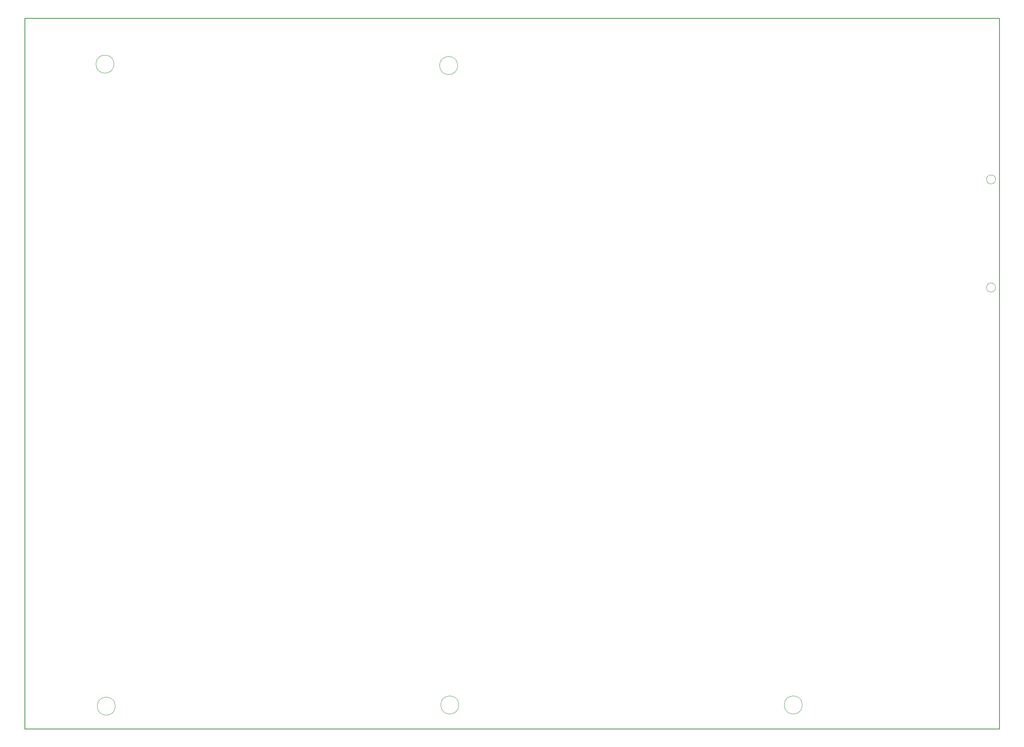
<source format=gbr>
%TF.GenerationSoftware,KiCad,Pcbnew,7.0.5*%
%TF.CreationDate,2023-08-20T22:51:28-05:00*%
%TF.ProjectId,ibm5161-backplane,69626d35-3136-4312-9d62-61636b706c61,rev?*%
%TF.SameCoordinates,Original*%
%TF.FileFunction,Profile,NP*%
%FSLAX46Y46*%
G04 Gerber Fmt 4.6, Leading zero omitted, Abs format (unit mm)*
G04 Created by KiCad (PCBNEW 7.0.5) date 2023-08-20 22:51:28*
%MOMM*%
%LPD*%
G01*
G04 APERTURE LIST*
%TA.AperFunction,Profile*%
%ADD10C,0.100000*%
%TD*%
%TA.AperFunction,Profile*%
%ADD11C,0.150000*%
%TD*%
%TA.AperFunction,Profile*%
%ADD12C,0.050000*%
%TD*%
G04 APERTURE END LIST*
D10*
X201882000Y-170386000D02*
G75*
G03*
X201882000Y-170386000I-2000000J0D01*
G01*
X125682000Y-28908000D02*
G75*
G03*
X125682000Y-28908000I-2000000J0D01*
G01*
X125936000Y-170386000D02*
G75*
G03*
X125936000Y-170386000I-2000000J0D01*
G01*
X49990000Y-170640000D02*
G75*
G03*
X49990000Y-170640000I-2000000J0D01*
G01*
X49704000Y-28597900D02*
G75*
G03*
X49704000Y-28597900I-2000000J0D01*
G01*
D11*
X29963200Y-18440000D02*
X245456800Y-18440000D01*
X245456800Y-175666000D01*
X29963200Y-175666000D01*
X29963200Y-18440000D01*
D12*
%TO.C,P1*%
X244608000Y-54096000D02*
G75*
G03*
X244608000Y-54096000I-1000000J0D01*
G01*
%TO.C,P2*%
X244608000Y-78018000D02*
G75*
G03*
X244608000Y-78018000I-1000000J0D01*
G01*
%TD*%
M02*

</source>
